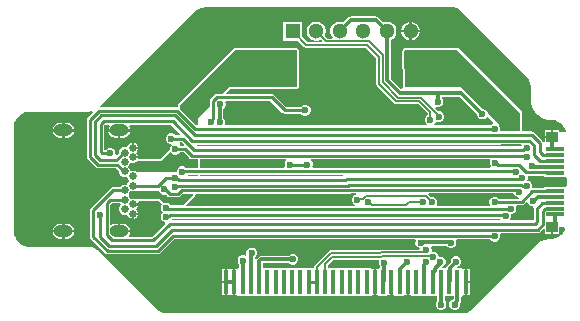
<source format=gbr>
%TF.GenerationSoftware,Altium Limited,Altium Designer,21.6.4 (81)*%
G04 Layer_Physical_Order=2*
G04 Layer_Color=16711680*
%FSLAX26Y26*%
%MOIN*%
%TF.SameCoordinates,57458678-C278-4CFF-9AA2-19D65F52AC30*%
%TF.FilePolarity,Positive*%
%TF.FileFunction,Copper,L2,Bot,Signal*%
%TF.Part,Single*%
G01*
G75*
%TA.AperFunction,ConnectorPad*%
%ADD14R,0.059055X0.013780*%
%TA.AperFunction,Conductor*%
%ADD29C,0.009842*%
%ADD30C,0.005906*%
%ADD31C,0.011811*%
%TA.AperFunction,ComponentPad*%
%ADD34C,0.051181*%
%ADD35R,0.051181X0.051181*%
%ADD36O,0.062992X0.039370*%
%ADD37C,0.025591*%
%TA.AperFunction,ViaPad*%
%ADD38C,0.023622*%
%TA.AperFunction,ConnectorPad*%
%ADD39R,0.039370X0.035433*%
%TA.AperFunction,SMDPad,CuDef*%
%ADD40R,0.015748X0.078740*%
%TA.AperFunction,Conductor*%
%ADD41C,0.013780*%
G36*
X1249565Y578638D02*
X1255148Y578641D01*
X1265161Y576277D01*
X1274366Y571675D01*
X1282267Y565081D01*
X1285161Y561222D01*
X1285352Y560930D01*
X1286076Y560191D01*
X1286651Y559331D01*
X1494425Y351377D01*
X1495197Y350861D01*
X1495299Y350719D01*
X1499571Y346735D01*
X1505832Y337930D01*
X1510229Y328048D01*
X1512580Y317491D01*
X1512686Y312084D01*
X1512782Y311647D01*
X1512782Y311647D01*
X1512697Y268738D01*
X1512747Y268484D01*
X1512709Y268228D01*
X1512969Y262915D01*
X1513150Y262193D01*
X1513149Y261449D01*
X1515215Y251062D01*
X1515593Y250150D01*
X1515785Y249180D01*
X1519836Y239396D01*
X1520385Y238574D01*
X1520763Y237661D01*
X1526645Y228855D01*
X1527343Y228156D01*
X1527892Y227335D01*
X1535378Y219845D01*
X1536199Y219295D01*
X1536898Y218596D01*
X1545701Y212710D01*
X1546613Y212332D01*
X1547435Y211782D01*
X1557217Y207726D01*
X1558186Y207532D01*
X1559098Y207154D01*
X1569484Y205083D01*
X1570227Y205082D01*
X1570948Y204901D01*
X1576243Y204638D01*
X1576493Y204675D01*
X1576741Y204626D01*
X1582093Y204626D01*
X1592533Y202549D01*
X1602367Y198476D01*
X1611217Y192563D01*
X1618743Y185036D01*
X1624657Y176186D01*
X1628259Y167490D01*
X1626636Y163800D01*
X1625561Y162490D01*
X1607362D01*
Y170447D01*
X1586614D01*
Y147731D01*
X1582677D01*
Y143793D01*
X1557992D01*
Y129132D01*
X1552992Y128640D01*
X1552521Y131007D01*
X1550128Y134588D01*
X1522446Y162270D01*
X1518865Y164663D01*
X1514641Y165503D01*
X1483262D01*
Y227855D01*
X1481390Y232374D01*
X1270760Y443004D01*
X1266240Y444877D01*
X1093858D01*
X1093852Y444874D01*
X1093846Y444877D01*
X1091599Y443941D01*
X1089339Y443004D01*
X1089336Y442998D01*
X1089330Y442995D01*
X1085801Y439453D01*
X1085798Y439446D01*
X1085792Y439444D01*
X1084873Y437201D01*
X1083938Y434929D01*
X1083940Y434923D01*
X1083938Y434916D01*
X1084418Y313459D01*
X1084676Y312842D01*
X1082624Y308476D01*
X1081840Y307693D01*
X1078836Y307288D01*
X1044523Y341602D01*
Y470620D01*
X1044637Y470650D01*
X1051819Y474797D01*
X1057684Y480661D01*
X1061830Y487843D01*
X1063976Y495853D01*
Y504147D01*
X1061830Y512157D01*
X1057684Y519339D01*
X1051819Y525203D01*
X1044637Y529350D01*
X1036627Y531496D01*
X1028334D01*
X1020323Y529350D01*
X1020221Y529290D01*
X1003594Y545917D01*
X999687Y548527D01*
X995079Y549444D01*
X995078Y549444D01*
X912402D01*
X907793Y548527D01*
X903886Y545917D01*
X903886Y545917D01*
X887260Y529290D01*
X887157Y529350D01*
X879146Y531496D01*
X870854D01*
X862843Y529350D01*
X855661Y525203D01*
X849797Y519339D01*
X845650Y512157D01*
X843504Y504147D01*
Y495853D01*
X845650Y487843D01*
X849797Y480661D01*
X850875Y479583D01*
X848804Y474583D01*
X834450D01*
X823992Y485041D01*
X825609Y487843D01*
X827756Y495853D01*
Y504147D01*
X825609Y512157D01*
X821463Y519339D01*
X815599Y525203D01*
X808417Y529350D01*
X800406Y531496D01*
X792113D01*
X784103Y529350D01*
X776921Y525203D01*
X771057Y519339D01*
X766910Y512157D01*
X764764Y504147D01*
Y495853D01*
X766910Y487843D01*
X771057Y480661D01*
X776921Y474797D01*
X784103Y470650D01*
X792113Y468504D01*
X800406D01*
X808417Y470650D01*
X811219Y472268D01*
X816096Y467391D01*
X814182Y462772D01*
X767520D01*
X749016Y481277D01*
Y531496D01*
X686024D01*
Y468504D01*
X736243D01*
X757393Y447354D01*
X760323Y445396D01*
X763779Y444709D01*
X961810D01*
X996874Y409645D01*
Y324094D01*
X997561Y320638D01*
X999519Y317708D01*
X1009818Y307409D01*
X1009818Y307409D01*
X1056881Y260346D01*
X1059812Y258388D01*
X1063268Y257701D01*
X1136023D01*
X1168134Y225590D01*
Y219175D01*
X1167130Y218760D01*
X1162146Y213776D01*
X1159449Y207264D01*
Y200216D01*
X1162146Y193705D01*
X1164615Y191236D01*
X1162544Y186236D01*
X494193D01*
X490852Y191236D01*
X492126Y194311D01*
Y201359D01*
X489429Y207870D01*
X486452Y210847D01*
Y241909D01*
X491397Y246854D01*
X494094Y253366D01*
Y260414D01*
X492821Y263489D01*
X496162Y268489D01*
X643402D01*
X683476Y228415D01*
X687057Y226022D01*
X691282Y225182D01*
X745826D01*
X749807Y221201D01*
X756318Y218504D01*
X763366D01*
X769878Y221201D01*
X774862Y226185D01*
X777559Y232696D01*
Y239744D01*
X774862Y246256D01*
X769878Y251240D01*
X763366Y253937D01*
X756318D01*
X749807Y251240D01*
X745826Y247259D01*
X695854D01*
X655780Y287333D01*
X652199Y289726D01*
X647975Y290566D01*
X499053D01*
X497139Y295186D01*
X509538Y307584D01*
X732284D01*
X736803Y309457D01*
X738676Y313976D01*
Y436024D01*
X736803Y440544D01*
X732284Y442416D01*
X524606D01*
X520087Y440544D01*
X337016Y257473D01*
X335144Y252953D01*
Y248204D01*
X332189Y245779D01*
X78025D01*
X75954Y250779D01*
X393579Y568405D01*
X394286Y568709D01*
X394866Y569108D01*
X395246Y569499D01*
X395721Y569767D01*
X395997Y570005D01*
X398471Y571860D01*
X404526Y575079D01*
X411004Y577326D01*
X417752Y578546D01*
X421180Y578629D01*
X421420Y578683D01*
X421498Y578667D01*
X421557D01*
X421671Y578653D01*
X421865Y578667D01*
X1248747Y578667D01*
X1249024Y578652D01*
X1249296Y578691D01*
X1249565Y578638D01*
D02*
G37*
G36*
X1332634Y224068D02*
Y219858D01*
X1335331Y213346D01*
X1340315Y208362D01*
X1346826Y205665D01*
X1353874D01*
X1360386Y208362D01*
X1365369Y213346D01*
X1370165Y214300D01*
X1386932Y197533D01*
X1385572Y191821D01*
X1381697Y190216D01*
X1377716Y186236D01*
X1191787D01*
X1189722Y191222D01*
X1189807Y191327D01*
X1192185Y193705D01*
X1192647Y194820D01*
X1192655Y194830D01*
X1199115Y197488D01*
X1201200Y196625D01*
X1208248D01*
X1214760Y199322D01*
X1219744Y204305D01*
X1222441Y210817D01*
Y217865D01*
X1219744Y224377D01*
X1214760Y229360D01*
X1208248Y232058D01*
X1203915D01*
X1192556Y243416D01*
X1195388Y247655D01*
X1199232Y246063D01*
X1206280D01*
X1212792Y248760D01*
X1217775Y253744D01*
X1220472Y260255D01*
Y267303D01*
X1217775Y273815D01*
X1215326Y276265D01*
X1216071Y281265D01*
X1275437D01*
X1332634Y224068D01*
D02*
G37*
G36*
X52194Y229136D02*
X35502Y212443D01*
X33109Y208862D01*
X32269Y204637D01*
Y80796D01*
X33109Y76571D01*
X35502Y72990D01*
X62163Y46328D01*
X65745Y43935D01*
X69969Y43095D01*
X129194D01*
X138929Y33360D01*
Y28461D01*
X141776Y21588D01*
X147037Y16327D01*
X153910Y13480D01*
X161350D01*
X163813Y14501D01*
X166488Y12713D01*
X169335Y5840D01*
X174490Y685D01*
X169335Y-4470D01*
X166488Y-11343D01*
X163813Y-13130D01*
X161350Y-12110D01*
X153910D01*
X147037Y-14957D01*
X142222Y-19772D01*
X119162D01*
X114938Y-20613D01*
X111356Y-23005D01*
X44509Y-89853D01*
X42116Y-93434D01*
X41276Y-97658D01*
Y-184898D01*
X42116Y-189122D01*
X44509Y-192703D01*
X92982Y-241175D01*
X96563Y-243568D01*
X100787Y-244409D01*
X267536D01*
X271760Y-243568D01*
X275341Y-241175D01*
X322407Y-194110D01*
X1124901D01*
X1128242Y-199110D01*
X1126968Y-202185D01*
Y-209233D01*
X1129666Y-215744D01*
X1134649Y-220728D01*
X1141161Y-223425D01*
X1140552Y-228173D01*
X1012137D01*
X1008681Y-228861D01*
X1006764Y-230142D01*
X846486D01*
X843029Y-230829D01*
X840099Y-232787D01*
X792488Y-280399D01*
X790530Y-283329D01*
X789842Y-286785D01*
Y-291378D01*
X762536D01*
X757536Y-291378D01*
X752535Y-291378D01*
X707418D01*
X702418Y-291378D01*
X697417Y-291378D01*
X674858Y-291378D01*
X669858Y-291378D01*
X624740D01*
X619740Y-291378D01*
X618003Y-287098D01*
Y-272869D01*
X705491D01*
X708468Y-275846D01*
X714980Y-278543D01*
X722028D01*
X728540Y-275846D01*
X733523Y-270862D01*
X736221Y-264351D01*
Y-257303D01*
X733523Y-250791D01*
X728540Y-245808D01*
X722028Y-243110D01*
X714980D01*
X708468Y-245808D01*
X705491Y-248784D01*
X612880D01*
X612880Y-248784D01*
X608271Y-249701D01*
X604364Y-252311D01*
X604364Y-252312D01*
X597521Y-259155D01*
X596801Y-259007D01*
X592806Y-257622D01*
X592342Y-253579D01*
X596712Y-249209D01*
X599409Y-242697D01*
Y-235649D01*
X596712Y-229138D01*
X591729Y-224154D01*
X585217Y-221457D01*
X578169D01*
X571657Y-224154D01*
X566674Y-229138D01*
X563976Y-235649D01*
Y-242697D01*
X565368Y-246056D01*
X564004Y-247645D01*
X561335Y-249386D01*
X555689Y-247047D01*
X548641D01*
X542130Y-249744D01*
X537146Y-254728D01*
X534449Y-261240D01*
Y-268288D01*
X537146Y-274799D01*
X539462Y-277115D01*
Y-288652D01*
X536964Y-291397D01*
X532438Y-292284D01*
X527221D01*
Y-336654D01*
Y-381024D01*
X532438D01*
X537063Y-381929D01*
X540783Y-381929D01*
X559622D01*
X564622Y-381929D01*
Y-381929D01*
X564622D01*
Y-381929D01*
X614740D01*
X619740Y-381929D01*
X624740Y-381929D01*
X669858D01*
X674858Y-381929D01*
X679858Y-381929D01*
X702417Y-381929D01*
X707418Y-381929D01*
X752535D01*
X757535Y-381929D01*
X762536Y-381929D01*
X807654D01*
X812653Y-381929D01*
Y-381929D01*
X812654D01*
Y-381929D01*
X862772D01*
X867772Y-381929D01*
X872772Y-381929D01*
X917890D01*
X922890Y-381929D01*
X927890Y-381929D01*
X974288D01*
X978008Y-381929D01*
X982633Y-381024D01*
X987851D01*
Y-336654D01*
Y-292284D01*
X982633D01*
X978008Y-291378D01*
X974288Y-291378D01*
X927890D01*
X922890Y-291378D01*
X917890Y-291378D01*
X872772D01*
X867772Y-291378D01*
X862772Y-291378D01*
X835465D01*
Y-279670D01*
X853459Y-261676D01*
X1004079D01*
X1006857Y-265834D01*
X1005906Y-268130D01*
Y-275178D01*
X1008603Y-281689D01*
X1010290Y-283377D01*
Y-289132D01*
X1008044Y-291378D01*
X1005567D01*
X1000942Y-292284D01*
X995725D01*
Y-336654D01*
Y-381024D01*
X1000942D01*
X1005567Y-381929D01*
X1009287Y-381929D01*
X1033126D01*
Y-381929D01*
X1034032Y-381024D01*
X1042969D01*
Y-336654D01*
X1050843D01*
Y-381024D01*
X1056060D01*
X1060685Y-381929D01*
X1060685Y-381929D01*
X1088244D01*
Y-381929D01*
X1089150Y-381024D01*
X1098087D01*
Y-336654D01*
X1105961D01*
Y-381024D01*
X1111178D01*
X1115803Y-381929D01*
X1115804Y-381929D01*
X1165921D01*
X1170921Y-381929D01*
Y-381929D01*
X1170922D01*
Y-381929D01*
X1200387D01*
Y-398574D01*
X1197579Y-401382D01*
X1194882Y-407893D01*
Y-414941D01*
X1197579Y-421453D01*
X1202563Y-426437D01*
X1209074Y-429134D01*
X1216122D01*
X1222634Y-426437D01*
X1227618Y-421453D01*
X1230315Y-414941D01*
Y-407893D01*
X1227618Y-401382D01*
X1224472Y-398236D01*
Y-386280D01*
X1226040Y-381929D01*
X1231040Y-381929D01*
X1255336D01*
Y-393701D01*
X1254350D01*
X1247838Y-396398D01*
X1242855Y-401382D01*
X1240158Y-407893D01*
Y-414941D01*
X1242855Y-421453D01*
X1247838Y-426437D01*
X1254350Y-429134D01*
X1261398D01*
X1267910Y-426437D01*
X1272893Y-421453D01*
X1275591Y-414941D01*
Y-407893D01*
X1275486Y-407640D01*
X1275893Y-407233D01*
X1278504Y-403326D01*
X1279420Y-398717D01*
X1279420Y-398717D01*
Y-384929D01*
X1281495Y-381863D01*
X1285782Y-381024D01*
X1291000D01*
Y-336654D01*
Y-292284D01*
X1285782D01*
X1281158Y-291378D01*
X1277438Y-291378D01*
X1265430D01*
X1265335Y-286417D01*
X1271847Y-283720D01*
X1276830Y-278736D01*
X1279527Y-272225D01*
Y-265177D01*
X1276830Y-258665D01*
X1271847Y-253681D01*
X1265335Y-250984D01*
X1258287D01*
X1251775Y-253681D01*
X1246792Y-258665D01*
X1244094Y-265177D01*
Y-271098D01*
X1233272Y-281920D01*
X1230662Y-285827D01*
X1230038Y-288961D01*
X1226596Y-291041D01*
X1224848Y-291378D01*
X1217620Y-291378D01*
X1216625Y-286378D01*
X1220666Y-284704D01*
X1225649Y-279721D01*
X1228346Y-273209D01*
Y-266161D01*
X1225649Y-259649D01*
X1220666Y-254666D01*
X1214154Y-251969D01*
X1207106D01*
X1203746Y-247948D01*
X1201535Y-242609D01*
X1196551Y-237625D01*
X1190040Y-234928D01*
X1185505D01*
X1182106Y-232421D01*
X1181360Y-230309D01*
Y-224822D01*
X1180094Y-221767D01*
X1183435Y-216767D01*
X1232066D01*
X1236027Y-220728D01*
X1242539Y-223425D01*
X1249587D01*
X1256098Y-220728D01*
X1261082Y-215744D01*
X1263779Y-209233D01*
Y-202185D01*
X1262505Y-199110D01*
X1265846Y-194110D01*
X1376732D01*
X1381697Y-199074D01*
X1388208Y-201772D01*
X1395256D01*
X1401768Y-199074D01*
X1406752Y-194091D01*
X1409449Y-187579D01*
Y-180531D01*
X1408175Y-177456D01*
X1411516Y-172456D01*
X1534868D01*
X1539093Y-171616D01*
X1542674Y-169223D01*
X1553373Y-158524D01*
X1557992Y-160438D01*
Y-176167D01*
X1578740D01*
Y-153451D01*
X1586614D01*
Y-176167D01*
X1607362D01*
Y-153840D01*
X1623608D01*
X1626949Y-158841D01*
X1624657Y-164375D01*
X1618743Y-173225D01*
X1611217Y-180751D01*
X1602367Y-186665D01*
X1592533Y-190738D01*
X1582093Y-192815D01*
X1576772D01*
X1576525Y-192864D01*
X1576276Y-192827D01*
X1570953Y-193090D01*
X1570231Y-193271D01*
X1569486Y-193271D01*
X1559104Y-195341D01*
X1558192Y-195720D01*
X1557223Y-195912D01*
X1547445Y-199966D01*
X1546623Y-200515D01*
X1545711Y-200893D01*
X1536910Y-206776D01*
X1536384Y-207302D01*
X1535747Y-207684D01*
X1532074Y-211012D01*
X1532025Y-211041D01*
X1531062Y-211895D01*
X1529992Y-212612D01*
X1320759Y-422141D01*
X1320399Y-422681D01*
X1319909Y-423109D01*
X1316591Y-427418D01*
X1308678Y-433967D01*
X1299511Y-438519D01*
X1289546Y-440856D01*
X1284590D01*
X1284210Y-440844D01*
X1284047Y-440871D01*
X1283885Y-440839D01*
X296527Y-440872D01*
X296249Y-440857D01*
X295977Y-440896D01*
X295709Y-440843D01*
X291709Y-440846D01*
X284680Y-439705D01*
X277921Y-437452D01*
X271610Y-434145D01*
X269306Y-432418D01*
X268916Y-432063D01*
X268511Y-431453D01*
X268004Y-430942D01*
X267686Y-430728D01*
X267450Y-430424D01*
X267154Y-430168D01*
X68136Y-231150D01*
X67342Y-230620D01*
X66672Y-229940D01*
X63766Y-227970D01*
X63211Y-227735D01*
X62739Y-227360D01*
X56505Y-224140D01*
X55735Y-223918D01*
X55036Y-223523D01*
X48371Y-221331D01*
X47576Y-221233D01*
X46823Y-220954D01*
X39896Y-219844D01*
X39293Y-219867D01*
X38706Y-219726D01*
X35369Y-219593D01*
X35320Y-219584D01*
X35218Y-219587D01*
X34746Y-219565D01*
X34483Y-219605D01*
X34455Y-219606D01*
X33606Y-219436D01*
X-157478Y-219390D01*
X-157479Y-219390D01*
X-157480Y-219390D01*
X-162802Y-219389D01*
X-173242Y-217313D01*
X-183076Y-213240D01*
X-191926Y-207326D01*
X-199452Y-199800D01*
X-205366Y-190950D01*
X-209439Y-181116D01*
X-211516Y-170676D01*
Y-165354D01*
X-211516Y177165D01*
X-211516Y182487D01*
X-209439Y192927D01*
X-205366Y202761D01*
X-199452Y211611D01*
X-191926Y219137D01*
X-183076Y225051D01*
X-173242Y229124D01*
X-162802Y231201D01*
X-157480D01*
X33437Y231201D01*
X34512Y231414D01*
X34972Y231371D01*
X35333Y231409D01*
X38688Y231536D01*
X39283Y231678D01*
X39895Y231655D01*
X46823Y232765D01*
X47576Y233044D01*
X48371Y233142D01*
X49501Y233513D01*
X52194Y229136D01*
D02*
G37*
G36*
X732284Y313976D02*
X506890D01*
X483480Y290566D01*
X464567D01*
X460342Y289726D01*
X456761Y287333D01*
X444950Y275522D01*
X442557Y271941D01*
X441717Y267717D01*
Y248804D01*
X402559Y209646D01*
Y186236D01*
X396305D01*
X341536Y241005D01*
Y252953D01*
X524606Y436024D01*
X732284D01*
Y313976D01*
D02*
G37*
G36*
X343803Y157406D02*
X341889Y152786D01*
X327611D01*
X323630Y156767D01*
X317118Y159464D01*
X310070D01*
X303559Y156767D01*
X298575Y151783D01*
X295878Y145271D01*
Y138223D01*
X298575Y131712D01*
X303559Y126728D01*
X310070Y124031D01*
X312377D01*
X314449Y119031D01*
X311752Y116335D01*
X309055Y109823D01*
Y103017D01*
X307619Y102422D01*
X305790Y102058D01*
X305426Y101514D01*
X304822Y101263D01*
X276880Y73321D01*
X204698D01*
X203250Y75488D01*
X185189D01*
Y83362D01*
X202820D01*
X200275Y89505D01*
X197874Y91907D01*
X195708Y95173D01*
X197874Y98440D01*
X200275Y100841D01*
X202820Y106984D01*
X185189D01*
Y110921D01*
X181252D01*
Y128552D01*
X175109Y126007D01*
X170103Y121001D01*
X167394Y114461D01*
X164538Y112553D01*
X161350Y113874D01*
X153910D01*
X147037Y111027D01*
X141776Y105766D01*
X138929Y98893D01*
Y93994D01*
X131284Y86349D01*
X127285Y88802D01*
X126969Y89105D01*
Y96044D01*
X124271Y102555D01*
X119288Y107539D01*
X112776Y110236D01*
X105728D01*
X99216Y107539D01*
X95236Y103559D01*
X89779D01*
Y185388D01*
X92659Y188268D01*
X105412D01*
X108084Y183268D01*
X104850Y178427D01*
X103717Y172732D01*
X139913D01*
X176110D01*
X174977Y178427D01*
X171742Y183268D01*
X174415Y188268D01*
X312940D01*
X343803Y157406D01*
D02*
G37*
G36*
X1476870Y227855D02*
Y165503D01*
X1411393D01*
X1408615Y169661D01*
X1409449Y171673D01*
Y178721D01*
X1406752Y185232D01*
X1405020Y186964D01*
Y188484D01*
X1368067Y225438D01*
Y226906D01*
X1365370Y233417D01*
X1360386Y238401D01*
X1353874Y241098D01*
X1352406D01*
X1280020Y313484D01*
X1090810D01*
X1090330Y434942D01*
X1093858Y438484D01*
X1266240D01*
X1476870Y227855D01*
D02*
G37*
G36*
X356599Y122338D02*
X354528Y117338D01*
X341536D01*
Y130709D01*
X348229D01*
X356599Y122338D01*
D02*
G37*
G36*
X1481785Y118770D02*
X1480131Y115968D01*
X397839D01*
X397260Y116835D01*
X399933Y121835D01*
X1409263D01*
X1413487Y122675D01*
X1415082Y123741D01*
X1479189D01*
X1481785Y118770D01*
D02*
G37*
G36*
X311752Y96263D02*
X316736Y91280D01*
X323248Y88583D01*
X330296D01*
X336807Y91280D01*
X340788Y95260D01*
X355838D01*
X373660Y77439D01*
X377241Y75046D01*
X381465Y74206D01*
X402559D01*
Y43651D01*
X363294D01*
X360429Y46515D01*
X353918Y49213D01*
X346870D01*
X345693Y48725D01*
X340358Y46515D01*
X335374Y41532D01*
X332677Y35020D01*
Y31496D01*
X196573D01*
X195782Y32287D01*
X188909Y35134D01*
X181469D01*
X179006Y34114D01*
X176331Y35901D01*
X173484Y42774D01*
X169291Y46967D01*
Y48892D01*
X173484Y53084D01*
X176331Y59957D01*
X179006Y61745D01*
X181469Y60724D01*
X188909D01*
X195782Y63572D01*
X199140Y66929D01*
X279527D01*
X309341Y96743D01*
X311752Y96263D01*
D02*
G37*
G36*
X1377337Y69206D02*
X1375000Y63563D01*
Y56515D01*
X1377697Y50004D01*
X1379050Y48651D01*
X1376979Y43651D01*
X786912D01*
X783571Y48651D01*
X784844Y51725D01*
Y58773D01*
X782147Y65285D01*
X778227Y69206D01*
X779706Y74124D01*
X779760Y74206D01*
X1375295D01*
X1377337Y69206D01*
D02*
G37*
G36*
X696084Y74124D02*
X697563Y69206D01*
X693642Y65285D01*
X690945Y58773D01*
Y51725D01*
X692219Y48651D01*
X688878Y43651D01*
X408951D01*
Y74206D01*
X696030D01*
X696084Y74124D01*
D02*
G37*
G36*
X888323Y16573D02*
X887749Y15961D01*
X408951D01*
Y21573D01*
X886156D01*
X888323Y16573D01*
D02*
G37*
G36*
X402559Y15961D02*
X372336D01*
X369663Y20961D01*
X370072Y21573D01*
X402559D01*
Y15961D01*
D02*
G37*
G36*
X1557087Y13874D02*
X1627953D01*
X1630807Y10056D01*
X1630807Y-15773D01*
X1625807Y-19591D01*
X1557087D01*
Y-23316D01*
X1519220D01*
X1515810Y-19895D01*
X1515397Y-18502D01*
Y-12432D01*
X1512699Y-5920D01*
X1507716Y-936D01*
X1501204Y1761D01*
X1500043Y3498D01*
X1501266Y6450D01*
Y13498D01*
X1504006Y17599D01*
X1557087D01*
Y13874D01*
D02*
G37*
G36*
X274351Y-37595D02*
X279334Y-42578D01*
X285846Y-45276D01*
X292894D01*
X294527Y-44599D01*
X300057Y-50128D01*
X303638Y-52521D01*
X307863Y-53362D01*
X336149D01*
X340373Y-52521D01*
X343954Y-50128D01*
X352533Y-41550D01*
X384988D01*
X386902Y-46169D01*
X353347Y-79724D01*
X310375D01*
X310295Y-79531D01*
X305311Y-74548D01*
X298800Y-71850D01*
X291752D01*
X287980Y-73413D01*
X274606Y-60039D01*
X190562D01*
X188909Y-59354D01*
X181469D01*
X181331Y-59412D01*
X176331Y-58587D01*
X173484Y-51714D01*
X173228Y-51458D01*
Y-41660D01*
X173484Y-41404D01*
X176331Y-34531D01*
X179006Y-32743D01*
X181469Y-33764D01*
X188909D01*
X194383Y-31496D01*
X271825D01*
X274351Y-37595D01*
D02*
G37*
G36*
X1456437Y-45982D02*
X1461421Y-50965D01*
X1467933Y-53663D01*
X1469590D01*
X1472359Y-58663D01*
X1472246Y-58843D01*
X1405748D01*
X1401768Y-54863D01*
X1395256Y-52165D01*
X1388208D01*
X1381697Y-54863D01*
X1376713Y-59846D01*
X1374016Y-66358D01*
Y-73406D01*
X1376105Y-78449D01*
X1373712Y-83449D01*
X1200220D01*
X1197707Y-78449D01*
X1199711Y-73611D01*
Y-66563D01*
X1197014Y-60051D01*
X1192030Y-55068D01*
X1185519Y-52370D01*
X1178471D01*
X1177467Y-52786D01*
X1169776Y-45095D01*
X1171847Y-40095D01*
X1453999D01*
X1456437Y-45982D01*
D02*
G37*
G36*
X930513Y-44885D02*
X924001Y-47582D01*
X919018Y-52566D01*
X916321Y-59077D01*
Y-66125D01*
X919018Y-72637D01*
X924001Y-77620D01*
X926003Y-78449D01*
X925008Y-83449D01*
X365194D01*
X363281Y-78830D01*
X369120Y-72991D01*
X371256Y-72106D01*
X376240Y-67122D01*
X377125Y-64986D01*
X391422Y-50689D01*
X391909Y-49514D01*
X392808Y-48615D01*
Y-47344D01*
X393294Y-46169D01*
X394987Y-43163D01*
X396907Y-41550D01*
X910110D01*
X914335Y-40709D01*
X915254Y-40095D01*
X930005D01*
X930513Y-44885D01*
D02*
G37*
G36*
X282658Y-77130D02*
X280256Y-79531D01*
X277559Y-86043D01*
Y-93091D01*
X280256Y-99603D01*
X284985Y-104331D01*
X280256Y-109059D01*
X277559Y-115570D01*
Y-122618D01*
X280256Y-129130D01*
X285240Y-134114D01*
X291752Y-136811D01*
X291841D01*
X293755Y-141430D01*
X248287Y-186898D01*
X174415D01*
X171742Y-181898D01*
X174977Y-177057D01*
X176110Y-171362D01*
X139913D01*
Y-167425D01*
X135976D01*
Y-142256D01*
X128102D01*
X118471Y-144172D01*
X113629Y-147407D01*
X108629Y-144735D01*
Y-79226D01*
X114509Y-73346D01*
X142222D01*
X146931Y-78055D01*
X141776Y-83210D01*
X138929Y-90083D01*
Y-97523D01*
X141776Y-104396D01*
X147037Y-109657D01*
X153910Y-112504D01*
X161350D01*
X164538Y-111183D01*
X167394Y-113091D01*
X170103Y-119631D01*
X175109Y-124637D01*
X181252Y-127182D01*
Y-109551D01*
X185189D01*
Y-105614D01*
X202820D01*
X200275Y-99471D01*
X197874Y-97070D01*
X195708Y-93803D01*
X197874Y-90537D01*
X200275Y-88135D01*
X202820Y-81992D01*
X185189D01*
Y-74118D01*
X202820D01*
X201707Y-71431D01*
X205048Y-66431D01*
X271959D01*
X282658Y-77130D01*
D02*
G37*
G36*
X1502391Y-71473D02*
X1504666Y-76965D01*
X1509649Y-81948D01*
X1516161Y-84646D01*
X1518115D01*
X1518876Y-85144D01*
X1521830Y-89646D01*
X1521441Y-91598D01*
Y-130694D01*
X1444201D01*
X1442288Y-126074D01*
X1442587Y-125775D01*
X1445284Y-119263D01*
Y-112215D01*
X1446607Y-110236D01*
X1449333D01*
X1455845Y-107539D01*
X1460828Y-102555D01*
X1463525Y-96044D01*
Y-88996D01*
X1462252Y-85921D01*
X1465593Y-80921D01*
X1481299D01*
X1485524Y-80080D01*
X1489105Y-77688D01*
X1497349Y-69443D01*
X1502391Y-71473D01*
D02*
G37*
G36*
X1408468Y-125694D02*
X1406588Y-130451D01*
X1406277Y-130694D01*
X320150D01*
X317153Y-125693D01*
X317410Y-125212D01*
X1407294D01*
X1407838Y-125104D01*
X1408468Y-125694D01*
D02*
G37*
%LPC*%
G36*
X1115248Y530591D02*
X1115158D01*
Y503937D01*
X1141811D01*
Y504027D01*
X1139726Y511808D01*
X1135699Y518783D01*
X1130004Y524479D01*
X1123028Y528506D01*
X1115248Y530591D01*
D02*
G37*
G36*
X1107284D02*
X1107193D01*
X1099413Y528506D01*
X1092438Y524479D01*
X1086742Y518783D01*
X1082715Y511808D01*
X1080630Y504027D01*
Y503937D01*
X1107284D01*
Y530591D01*
D02*
G37*
G36*
X1141811Y496063D02*
X1115158D01*
Y469409D01*
X1115248D01*
X1123028Y471494D01*
X1130004Y475522D01*
X1135699Y481217D01*
X1139726Y488192D01*
X1141811Y495973D01*
Y496063D01*
D02*
G37*
G36*
X1107284D02*
X1080630D01*
Y495973D01*
X1082715Y488192D01*
X1086742Y481217D01*
X1092438Y475522D01*
X1099413Y471494D01*
X1107193Y469409D01*
X1107284D01*
Y496063D01*
D02*
G37*
G36*
X1578740Y170447D02*
X1557992D01*
Y151667D01*
X1578740D01*
Y170447D01*
D02*
G37*
G36*
X-34496Y193964D02*
X-42370D01*
Y172732D01*
X-10111D01*
X-11243Y178427D01*
X-16699Y186592D01*
X-24864Y192048D01*
X-34496Y193964D01*
D02*
G37*
G36*
X-50244D02*
X-58118D01*
X-67750Y192048D01*
X-75915Y186592D01*
X-81371Y178427D01*
X-82504Y172732D01*
X-50244D01*
Y193964D01*
D02*
G37*
G36*
X-10111Y164858D02*
X-42370D01*
Y143627D01*
X-34496D01*
X-24864Y145542D01*
X-16699Y150998D01*
X-11243Y159164D01*
X-10111Y164858D01*
D02*
G37*
G36*
X-50244D02*
X-82504D01*
X-81371Y159164D01*
X-75915Y150998D01*
X-67750Y145542D01*
X-58118Y143627D01*
X-50244D01*
Y164858D01*
D02*
G37*
G36*
X-34496Y-142256D02*
X-42370D01*
Y-163488D01*
X-10111D01*
X-11243Y-157793D01*
X-16699Y-149628D01*
X-24864Y-144172D01*
X-34496Y-142256D01*
D02*
G37*
G36*
X-50244D02*
X-58118D01*
X-67750Y-144172D01*
X-75915Y-149628D01*
X-81371Y-157793D01*
X-82504Y-163488D01*
X-50244D01*
Y-142256D01*
D02*
G37*
G36*
X-10111Y-171362D02*
X-42370D01*
Y-192594D01*
X-34496D01*
X-24864Y-190678D01*
X-16699Y-185222D01*
X-11243Y-177057D01*
X-10111Y-171362D01*
D02*
G37*
G36*
X-50244D02*
X-82504D01*
X-81371Y-177057D01*
X-75915Y-185222D01*
X-67750Y-190678D01*
X-58118Y-192594D01*
X-50244D01*
Y-171362D01*
D02*
G37*
G36*
X1298874Y-292284D02*
Y-332717D01*
X1307811D01*
Y-292284D01*
X1298874D01*
D02*
G37*
G36*
X491788D02*
X482851D01*
Y-332717D01*
X491788D01*
Y-292284D01*
D02*
G37*
G36*
Y-340591D02*
X482851D01*
Y-381024D01*
X491788D01*
Y-340591D01*
D02*
G37*
G36*
X1307811D02*
X1298874D01*
Y-381024D01*
X1307811D01*
Y-340591D01*
D02*
G37*
G36*
X508598Y-292283D02*
Y-292284D01*
X499661D01*
Y-336654D01*
Y-381024D01*
X508598D01*
Y-381024D01*
X510410D01*
Y-381024D01*
X519347D01*
Y-336654D01*
Y-292284D01*
X510410D01*
Y-292283D01*
X508598D01*
D02*
G37*
G36*
X176110Y164858D02*
X143850D01*
Y143627D01*
X151724D01*
X161356Y145542D01*
X169521Y150998D01*
X174977Y159164D01*
X176110Y164858D01*
D02*
G37*
G36*
X135976D02*
X103717D01*
X104850Y159164D01*
X110305Y150998D01*
X118471Y145542D01*
X128102Y143627D01*
X135976D01*
Y164858D01*
D02*
G37*
G36*
X189126Y128552D02*
Y114858D01*
X202820D01*
X200275Y121001D01*
X195269Y126007D01*
X189126Y128552D01*
D02*
G37*
G36*
X202820Y-113488D02*
X189126D01*
Y-127182D01*
X195269Y-124637D01*
X200275Y-119631D01*
X202820Y-113488D01*
D02*
G37*
G36*
X151724Y-142256D02*
X143850D01*
Y-163488D01*
X176110D01*
X174977Y-157793D01*
X169521Y-149628D01*
X161356Y-144172D01*
X151724Y-142256D01*
D02*
G37*
%LPD*%
D14*
X1592520Y-111126D02*
D03*
Y-91441D02*
D03*
Y-71756D02*
D03*
Y-52071D02*
D03*
Y-32386D02*
D03*
Y26669D02*
D03*
Y46354D02*
D03*
Y66039D02*
D03*
Y85724D02*
D03*
Y105409D02*
D03*
D29*
X1467728Y-35946D02*
X1471457D01*
X1460838Y-29056D02*
X1467728Y-35946D01*
X336149Y-42323D02*
X347961Y-30511D01*
X910110D02*
X911564Y-29056D01*
X347961Y-30511D02*
X910110D01*
X911564Y-29056D02*
X1460838D01*
X289370Y-27559D02*
X293099D01*
X307863Y-42323D01*
X336149D01*
X1472388Y53150D02*
X1496900Y28637D01*
X1403335Y53150D02*
X1472388D01*
X1496900Y28637D02*
X1590551D01*
X1392716Y60039D02*
X1396445D01*
X1403335Y53150D01*
X1459514Y32612D02*
X1461983Y30143D01*
X1481299Y-69882D02*
X1516826Y-34355D01*
X1391732Y-69882D02*
X1481299D01*
X1516826Y-34355D02*
X1590551D01*
X307931Y-94488D02*
X1399141D01*
X1407700Y-113768D02*
X1425597D01*
X307931Y-114173D02*
X1407294D01*
X1425597Y-113768D02*
X1427568Y-115739D01*
X1407294Y-114173D02*
X1407700Y-113768D01*
X305646Y-116458D02*
X307931Y-114173D01*
X1401109Y-92520D02*
X1445809D01*
X1399141Y-94488D02*
X1401109Y-92520D01*
X305646Y-92203D02*
X307931Y-94488D01*
X313594Y141747D02*
X352801D01*
X326772Y106299D02*
X360411D01*
X352801Y141747D02*
X389619Y104930D01*
X360411Y106299D02*
X381465Y85245D01*
X1487582D02*
X1489861Y82966D01*
X381465Y85245D02*
X1487582D01*
X389619Y104930D02*
X1486751D01*
X350394Y31496D02*
X351509Y32612D01*
X1459514D01*
X335239Y7208D02*
X337524Y4922D01*
X895433D01*
X326772Y-19685D02*
X329408Y-17049D01*
X327505Y7208D02*
X335239D01*
X896888Y6377D02*
X1470894D01*
X294759Y9844D02*
X324869D01*
X329408Y-17049D02*
X337142D01*
X339427Y-14763D01*
X905042Y-13308D02*
X1481146D01*
X895433Y4922D02*
X896888Y6377D01*
X339427Y-14763D02*
X903587D01*
X324869Y9844D02*
X327505Y7208D01*
X903587Y-14763D02*
X905042Y-13308D01*
X1486751Y104930D02*
X1489030Y107209D01*
X1496770D01*
X88087Y199307D02*
X317512D01*
X383945Y132874D02*
X1409263D01*
X317512Y199307D02*
X383945Y132874D01*
X79933Y218992D02*
X325666D01*
X392099Y152559D02*
X1401109D01*
X325666Y218992D02*
X392099Y152559D01*
X391732Y175197D02*
X1391732D01*
X332189Y234740D02*
X391732Y175197D01*
X73410Y234740D02*
X332189D01*
X1489861Y82966D02*
X1497601D01*
X1500238Y80329D01*
X708661Y55249D02*
X767128D01*
X452756Y209437D02*
Y267717D01*
X464567Y279528D02*
X647975D01*
X452756Y267717D02*
X464567Y279528D01*
X444882Y197835D02*
Y201563D01*
X452756Y209437D01*
X647975Y279528D02*
X691282Y236220D01*
X759842D01*
X771315Y-336654D02*
X798874D01*
X1514641Y154465D02*
X1542323Y126782D01*
Y95567D02*
Y126782D01*
Y95567D02*
X1552165Y85724D01*
X1482918Y-15080D02*
X1496804D01*
X1481146Y-13308D02*
X1482918Y-15080D01*
X1409263Y132874D02*
X1411168Y134780D01*
X1506487D02*
X1522638Y118629D01*
X1411168Y134780D02*
X1506487D01*
X1522638Y87413D02*
X1544012Y66039D01*
X1496804Y-15080D02*
X1497680Y-15956D01*
X1401109Y152559D02*
X1403015Y154465D01*
X1514641D01*
X1522638Y87413D02*
Y118629D01*
X1390748Y-183071D02*
X1391732Y-184055D01*
X267536Y-233370D02*
X317835Y-183071D01*
X1390748D01*
X309064Y-141732D02*
X1526715D01*
X252859Y-197937D02*
X309064Y-141732D01*
X1526715D02*
X1532480Y-135967D01*
Y-91598D01*
X1534868Y-161417D02*
X1552165Y-144120D01*
Y-99752D01*
X317217Y-161417D02*
X1534868D01*
X261013Y-217622D02*
X317217Y-161417D01*
X1550354Y-73725D02*
X1567913D01*
X1552165Y-99752D02*
X1558507Y-93410D01*
X1567913Y-73725D02*
X1569882Y-71756D01*
X1558507Y-93410D02*
X1590551D01*
X1532480Y-91598D02*
X1550354Y-73725D01*
X1569882Y-71756D02*
X1592520D01*
X1590551Y-93410D02*
X1592520Y-91441D01*
X1471854Y7337D02*
X1480913D01*
X1470894Y6377D02*
X1471854Y7337D01*
X1480913D02*
X1483549Y9974D01*
X1496770Y107209D02*
X1499407Y109845D01*
X1544012Y66039D02*
X1592520D01*
X1552165Y85724D02*
X1592520D01*
X185189Y-15063D02*
X269852D01*
X294759Y9844D01*
X1590551Y28637D02*
X1592520Y26669D01*
X1590551Y-34355D02*
X1592520Y-32386D01*
X297912Y-116458D02*
X305646D01*
X295276Y-89567D02*
X297912Y-92203D01*
X305646D01*
X295276Y-119094D02*
X297912Y-116458D01*
X43307Y204637D02*
X73410Y234740D01*
X43307Y80796D02*
X69969Y54134D01*
X43307Y80796D02*
Y204637D01*
X69969Y54134D02*
X133767D01*
X155719Y32181D01*
X157630D01*
X115464Y-197937D02*
X252859D01*
X107310Y-217622D02*
X261013D01*
X100787Y-233370D02*
X267536D01*
X52315Y-184898D02*
X100787Y-233370D01*
X52315Y-184898D02*
Y-97658D01*
X119162Y-30811D01*
X157630D01*
X74953Y-185264D02*
X107310Y-217622D01*
X74953Y-185264D02*
Y-112634D01*
X97591Y-74653D02*
X109937Y-62307D01*
X157630D01*
X97591Y-180064D02*
Y-74653D01*
Y-180064D02*
X115464Y-197937D01*
X78740Y189961D02*
X88087Y199307D01*
X59055Y198114D02*
X79933Y218992D01*
X81693Y92520D02*
X109252D01*
X78740Y95472D02*
X81693Y92520D01*
X155719Y95173D02*
X157630D01*
X130428Y69882D02*
X155719Y95173D01*
X76492Y69882D02*
X130428D01*
X59055Y87319D02*
Y198114D01*
Y87319D02*
X76492Y69882D01*
X78740Y95472D02*
Y189961D01*
D30*
X717520Y500000D02*
X763779Y453740D01*
X965551D02*
X1005905Y413386D01*
X763779Y453740D02*
X965551D01*
X1005905Y324094D02*
X1016205Y313795D01*
X1005905Y324094D02*
Y413386D01*
X1016205Y313796D02*
X1063268Y266732D01*
X1139764D01*
X1177165Y229331D01*
X1017717Y330499D02*
Y419291D01*
X830709Y465551D02*
X971457D01*
X1017717Y419291D01*
Y330499D02*
X1069672Y278543D01*
X796260Y500000D02*
X830709Y465551D01*
X1069672Y278543D02*
X1144656D01*
X1204724Y218475D01*
Y214341D02*
Y218475D01*
X1177165Y203740D02*
Y229331D01*
X846486Y-239173D02*
X1010168D01*
X1012137Y-237205D01*
X1151325D01*
X798874Y-286785D02*
X846486Y-239173D01*
X1160184Y-228346D02*
X1163643D01*
X1151325Y-237205D02*
X1160184Y-228346D01*
X1017029Y-249016D02*
X1170963D01*
X1171844Y-249897D01*
X1183768D01*
X826433Y-275929D02*
X849718Y-252644D01*
X1013400D02*
X1017029Y-249016D01*
X849718Y-252644D02*
X1013400D01*
X1183768Y-249897D02*
X1186516Y-252644D01*
X1161030Y-49122D02*
X1181995Y-70087D01*
X961017Y-49122D02*
X1161030D01*
X1181995Y-70087D02*
Y-70087D01*
X942377Y-59055D02*
X951084D01*
X934037Y-62601D02*
X938831D01*
X942377Y-59055D01*
X951084D02*
X961017Y-49122D01*
X969578Y-69791D02*
X970979D01*
X981896Y-80709D01*
X1095829D01*
X1106746Y-69791D02*
X1152469D01*
X1095829Y-80709D02*
X1106746Y-69791D01*
X798874Y-336654D02*
Y-286785D01*
X826433Y-336654D02*
Y-275929D01*
D31*
X1582677Y106393D02*
X1583661Y105409D01*
X1592520D01*
X1582677Y106393D02*
Y147730D01*
Y-153451D02*
X1592520Y-143608D01*
Y-111126D01*
X875000Y500000D02*
X912402Y537402D01*
X995079D01*
X1032480Y500000D01*
X1202756Y293307D02*
X1280425D01*
X1075787D02*
X1202756D01*
Y263779D02*
Y293307D01*
X1032480Y336614D02*
Y500000D01*
Y336614D02*
X1075787Y293307D01*
X1280425D02*
X1350350Y223382D01*
X1245078Y-204724D02*
X1246063Y-205709D01*
X1145669Y-204724D02*
X1245078D01*
X1144685Y-205709D02*
X1145669Y-204724D01*
X474409Y254921D02*
X476378Y256890D01*
X474409Y197835D02*
Y254921D01*
X1023622Y-271654D02*
X1025882Y-269394D01*
X1261811Y-270412D02*
Y-268701D01*
X1241787Y-290435D02*
X1261811Y-270412D01*
X1210630Y-272881D02*
Y-269685D01*
X551504Y-335992D02*
Y-265425D01*
X580047Y-335008D02*
Y-240819D01*
X605961Y-336654D02*
Y-267746D01*
X550843Y-336654D02*
X551504Y-335992D01*
X578402Y-336654D02*
X580047Y-335008D01*
X1076433Y-291677D02*
X1097441Y-270669D01*
X1241787Y-334685D02*
Y-290435D01*
X1184701Y-305158D02*
X1191667Y-298192D01*
X1076433Y-334685D02*
Y-291677D01*
X1021315Y-299252D02*
X1023622Y-296945D01*
X1157142Y-336654D02*
Y-278141D01*
X1191667Y-291844D02*
X1210630Y-272881D01*
X1021315Y-334685D02*
Y-299252D01*
X1191667Y-298192D02*
Y-291844D01*
X1023622Y-296945D02*
Y-271654D01*
X1257874Y-408221D02*
X1267378Y-398717D01*
Y-336654D01*
X1239819D02*
X1241787Y-334685D01*
X1184701Y-336654D02*
Y-305158D01*
X1212260Y-336654D02*
X1212429Y-336823D01*
X495724Y-336654D02*
X523284D01*
X551504Y-265425D02*
X552165Y-264764D01*
X612880Y-260827D02*
X718504D01*
X580047Y-240819D02*
X581693Y-239173D01*
X605961Y-267746D02*
X612880Y-260827D01*
X1019346Y-336654D02*
X1021315Y-334685D01*
X1074465Y-336654D02*
X1076433Y-334685D01*
X1257874Y-411417D02*
Y-408221D01*
X1212429Y-411248D02*
X1212598Y-411417D01*
X1212429Y-411248D02*
Y-336823D01*
D34*
X1111220Y500000D02*
D03*
X1032480D02*
D03*
X953740D02*
D03*
X796260D02*
D03*
X875000D02*
D03*
D35*
X717520D02*
D03*
D36*
X-46307Y168795D02*
D03*
Y-167425D02*
D03*
X139913Y168795D02*
D03*
Y-167425D02*
D03*
D37*
X157630Y-93803D02*
D03*
Y95173D02*
D03*
Y-62307D02*
D03*
Y63677D02*
D03*
Y-30811D02*
D03*
Y32181D02*
D03*
X185189Y-109551D02*
D03*
Y110921D02*
D03*
Y-78055D02*
D03*
Y79425D02*
D03*
Y-46559D02*
D03*
Y47929D02*
D03*
Y-15063D02*
D03*
Y16433D02*
D03*
D38*
X1345472Y-60039D02*
D03*
X1313484D02*
D03*
X1281496D02*
D03*
X712598Y-214567D02*
D03*
X744095D02*
D03*
X774606Y-275591D02*
D03*
Y-246063D02*
D03*
X146654Y270669D02*
D03*
X300197D02*
D03*
X269488D02*
D03*
X238779D02*
D03*
X208071D02*
D03*
X177362D02*
D03*
X586614Y557087D02*
D03*
X553149D02*
D03*
X519685D02*
D03*
X486220D02*
D03*
X452756D02*
D03*
X419291D02*
D03*
X608268Y197835D02*
D03*
Y241142D02*
D03*
X1455709Y189961D02*
D03*
X1408465Y265748D02*
D03*
X1430118Y245079D02*
D03*
X1452756Y225394D02*
D03*
X1488189Y325787D02*
D03*
X1507874Y221457D02*
D03*
X1537402Y187008D02*
D03*
X1507874D02*
D03*
X1418307Y-220472D02*
D03*
X1451772D02*
D03*
X1485236D02*
D03*
X1500000Y-191929D02*
D03*
X1469980D02*
D03*
X1439961D02*
D03*
X208661Y139764D02*
D03*
X239173D02*
D03*
X271654D02*
D03*
Y168307D02*
D03*
X239173D02*
D03*
X208661D02*
D03*
X247047Y-165354D02*
D03*
X215551D02*
D03*
X246063Y-136811D02*
D03*
X215551D02*
D03*
X558071Y-421260D02*
D03*
X523130D02*
D03*
X488189D02*
D03*
X423228Y-385827D02*
D03*
Y-353839D02*
D03*
Y-321850D02*
D03*
X477362Y-214567D02*
D03*
X445374D02*
D03*
X413386D02*
D03*
X381398D02*
D03*
X349409D02*
D03*
X275590Y-262795D02*
D03*
X243766D02*
D03*
X211942D02*
D03*
X180118D02*
D03*
X1139764Y418307D02*
D03*
Y386811D02*
D03*
Y357284D02*
D03*
Y328740D02*
D03*
X1109252D02*
D03*
Y357284D02*
D03*
Y386811D02*
D03*
Y418307D02*
D03*
X682087Y420276D02*
D03*
Y387795D02*
D03*
Y357284D02*
D03*
Y328740D02*
D03*
X713583D02*
D03*
Y357284D02*
D03*
Y387795D02*
D03*
Y420276D02*
D03*
X462598Y350394D02*
D03*
X438976Y327756D02*
D03*
X417323Y306102D02*
D03*
X392716Y282480D02*
D03*
X391732Y237205D02*
D03*
X370079Y259842D02*
D03*
X1007874Y-212598D02*
D03*
X1099409Y60039D02*
D03*
X1063976D02*
D03*
X1030512D02*
D03*
X1361220Y56102D02*
D03*
X1021654Y273622D02*
D03*
X552165Y-62008D02*
D03*
X520669Y-61024D02*
D03*
X487205D02*
D03*
X774606Y-214567D02*
D03*
X864173Y-62008D02*
D03*
X910433Y269685D02*
D03*
X878937Y260827D02*
D03*
Y291339D02*
D03*
X866142Y332677D02*
D03*
X329724Y-66929D02*
D03*
X361221Y-57087D02*
D03*
X383858Y59055D02*
D03*
X309055D02*
D03*
X344488Y70866D02*
D03*
X1204724Y214341D02*
D03*
X1177165Y203740D02*
D03*
X1202756Y263779D02*
D03*
X1350350Y223382D02*
D03*
X1246063Y-205709D02*
D03*
X1163643Y-228346D02*
D03*
X1144685Y-205709D02*
D03*
X1186516Y-252644D02*
D03*
X1181995Y-70087D02*
D03*
X934037Y-62601D02*
D03*
X1516732Y51275D02*
D03*
X1461983Y30143D02*
D03*
X1519685Y-66929D02*
D03*
X1471457Y-35946D02*
D03*
X1445809Y-92520D02*
D03*
X1427568Y-115739D02*
D03*
X313594Y141747D02*
D03*
X326772Y106299D02*
D03*
X350394Y31496D02*
D03*
X326772Y-19685D02*
D03*
X324869Y9844D02*
D03*
X1152469Y-69791D02*
D03*
X969578D02*
D03*
X708661Y55249D02*
D03*
X767128D02*
D03*
X476378Y256890D02*
D03*
X474409Y197835D02*
D03*
X444882D02*
D03*
X759842Y236220D02*
D03*
X1210630Y-269685D02*
D03*
X1023622Y-271654D02*
D03*
X581693Y-239173D02*
D03*
X718504Y-260827D02*
D03*
X1162402Y-269685D02*
D03*
X1097441Y-270669D02*
D03*
X552165Y-264764D02*
D03*
X1261811Y-268701D02*
D03*
X1212598Y-411417D02*
D03*
X1257874D02*
D03*
X1392716Y60039D02*
D03*
X1497680Y-15956D02*
D03*
X1483549Y9974D02*
D03*
X1500238Y80329D02*
D03*
X1499407Y109845D02*
D03*
X289370Y-27559D02*
D03*
X1391732Y-69882D02*
D03*
X295276Y-119094D02*
D03*
Y-89567D02*
D03*
X1391732Y175197D02*
D03*
Y-184055D02*
D03*
X74953Y-112634D02*
D03*
X109252Y92520D02*
D03*
X963583Y212598D02*
D03*
D39*
X1582677Y-153451D02*
D03*
Y147730D02*
D03*
D40*
X495724Y-336654D02*
D03*
X523284D02*
D03*
X550843D02*
D03*
X578402D02*
D03*
X605961D02*
D03*
X633520D02*
D03*
X661079D02*
D03*
X688638D02*
D03*
X716197D02*
D03*
X743756D02*
D03*
X771315D02*
D03*
X798874D02*
D03*
X826433D02*
D03*
X853992D02*
D03*
X881551D02*
D03*
X909110D02*
D03*
X936669D02*
D03*
X964228D02*
D03*
X991788D02*
D03*
X1019346D02*
D03*
X1046906D02*
D03*
X1074465D02*
D03*
X1102024D02*
D03*
X1129583D02*
D03*
X1157142D02*
D03*
X1184701D02*
D03*
X1212260D02*
D03*
X1239819D02*
D03*
X1267378D02*
D03*
X1294937D02*
D03*
D41*
X1519396Y51275D02*
X1524317Y46354D01*
X1592520D01*
X1516732Y51275D02*
X1519396D01*
X1537206Y-52071D02*
X1592520D01*
X1522348Y-66929D02*
X1537206Y-52071D01*
X1519685Y-66929D02*
X1522348D01*
%TF.MD5,af48f7d55910b3ee5a6c80835b83e5f1*%
M02*

</source>
